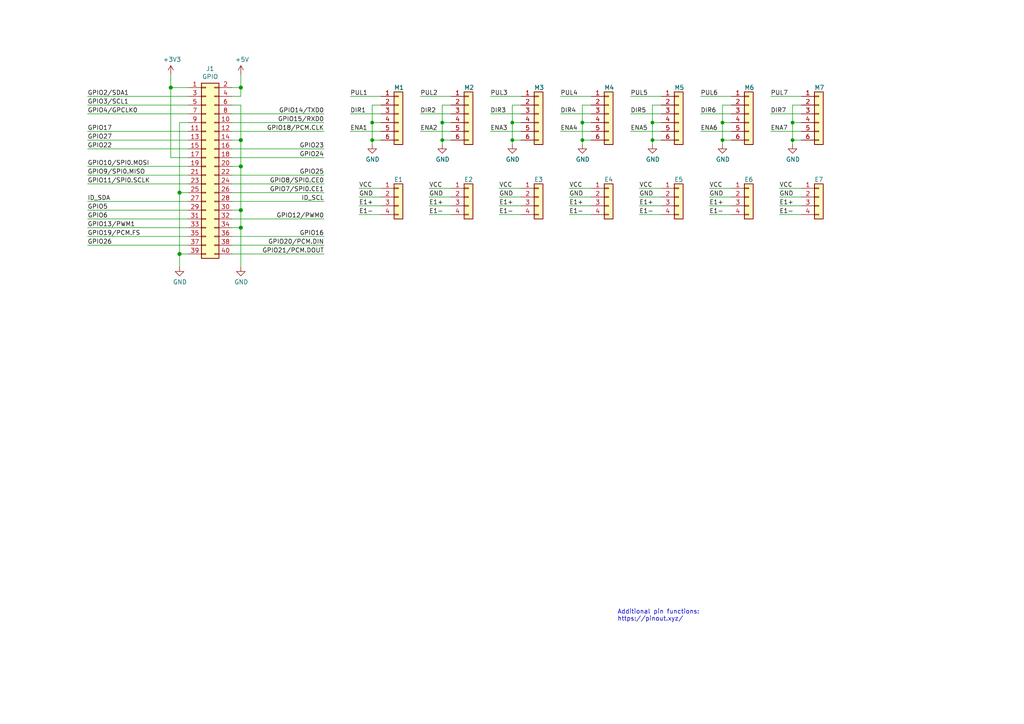
<source format=kicad_sch>
(kicad_sch (version 20231120) (generator "eeschema") (generator_version "8.0")
  (paper "A4")
  (title_block (date "15 nov 2012"))
  (lib_symbols
    (symbol "Connector_Generic:Conn_01x04" (pin_names (offset 1.016) hide)
      (property "Reference" "J" (at 0 5.08 0))
      (property "Value" "Conn_01x04" (at 0 -7.62 0))
      (symbol "Conn_01x04_1_1"
        (rectangle (start -1.27 -4.953) (end 0 -5.207) (stroke (width 0.1524)))
        (rectangle (start -1.27 -2.413) (end 0 -2.667) (stroke (width 0.1524)))
        (rectangle (start -1.27 0.127) (end 0 -0.127) (stroke (width 0.1524)))
        (rectangle (start -1.27 2.667) (end 0 2.413) (stroke (width 0.1524)))
        (rectangle (start -1.27 3.81) (end 1.27 -6.35) (stroke (width 0.254)) (fill (type background)))
        (pin passive line (at -5.08 2.54 0) (length 3.81) (name "Pin_1") (number "1"))
        (pin passive line (at -5.08 0 0) (length 3.81) (name "Pin_2") (number "2"))
        (pin passive line (at -5.08 -2.54 0) (length 3.81) (name "Pin_3") (number "3"))
        (pin passive line (at -5.08 -5.08 0) (length 3.81) (name "Pin_4") (number "4"))
      )
    )
    (symbol "Connector_Generic:Conn_01x06" (pin_names (offset 1.016) hide)
      (property "Reference" "J" (at 0 7.62 0))
      (property "Value" "Conn_01x06" (at 0 -10.16 0))
      (symbol "Conn_01x06_1_1"
        (rectangle (start -1.27 -7.493) (end 0 -7.747) (stroke (width 0.1524)))
        (rectangle (start -1.27 -4.953) (end 0 -5.207) (stroke (width 0.1524)))
        (rectangle (start -1.27 -2.413) (end 0 -2.667) (stroke (width 0.1524)))
        (rectangle (start -1.27 0.127) (end 0 -0.127) (stroke (width 0.1524)))
        (rectangle (start -1.27 2.667) (end 0 2.413) (stroke (width 0.1524)))
        (rectangle (start -1.27 5.207) (end 0 4.953) (stroke (width 0.1524)))
        (rectangle (start -1.27 6.35) (end 1.27 -8.89) (stroke (width 0.254)) (fill (type background)))
        (pin passive line (at -5.08 5.08 0) (length 3.81) (name "Pin_1") (number "1"))
        (pin passive line (at -5.08 2.54 0) (length 3.81) (name "Pin_2") (number "2"))
        (pin passive line (at -5.08 0 0) (length 3.81) (name "Pin_3") (number "3"))
        (pin passive line (at -5.08 -2.54 0) (length 3.81) (name "Pin_4") (number "4"))
        (pin passive line (at -5.08 -5.08 0) (length 3.81) (name "Pin_5") (number "5"))
        (pin passive line (at -5.08 -7.62 0) (length 3.81) (name "Pin_6") (number "6"))
      )
    )
    (symbol "Connector_Generic:Conn_02x20_Odd_Even" (pin_names (offset 1.016) hide)
      (property "Reference" "J" (at 1.27 25.4 0))
      (property "Value" "Conn_02x20_Odd_Even" (at 1.27 -27.94 0))
      (symbol "Conn_02x20_Odd_Even_1_1"
        (rectangle (start -1.27 -25.273) (end 0 -25.527) (stroke (width 0.1524)))
        (rectangle (start -1.27 -22.733) (end 0 -22.987) (stroke (width 0.1524)))
        (rectangle (start -1.27 -20.193) (end 0 -20.447) (stroke (width 0.1524)))
        (rectangle (start -1.27 -17.653) (end 0 -17.907) (stroke (width 0.1524)))
        (rectangle (start -1.27 -15.113) (end 0 -15.367) (stroke (width 0.1524)))
        (rectangle (start -1.27 -12.573) (end 0 -12.827) (stroke (width 0.1524)))
        (rectangle (start -1.27 -10.033) (end 0 -10.287) (stroke (width 0.1524)))
        (rectangle (start -1.27 -7.493) (end 0 -7.747) (stroke (width 0.1524)))
        (rectangle (start -1.27 -4.953) (end 0 -5.207) (stroke (width 0.1524)))
        (rectangle (start -1.27 -2.413) (end 0 -2.667) (stroke (width 0.1524)))
        (rectangle (start -1.27 0.127) (end 0 -0.127) (stroke (width 0.1524)))
        (rectangle (start -1.27 2.667) (end 0 2.413) (stroke (width 0.1524)))
        (rectangle (start -1.27 5.207) (end 0 4.953) (stroke (width 0.1524)))
        (rectangle (start -1.27 7.747) (end 0 7.493) (stroke (width 0.1524)))
        (rectangle (start -1.27 10.287) (end 0 10.033) (stroke (width 0.1524)))
        (rectangle (start -1.27 12.827) (end 0 12.573) (stroke (width 0.1524)))
        (rectangle (start -1.27 15.367) (end 0 15.113) (stroke (width 0.1524)))
        (rectangle (start -1.27 17.907) (end 0 17.653) (stroke (width 0.1524)))
        (rectangle (start -1.27 20.447) (end 0 20.193) (stroke (width 0.1524)))
        (rectangle (start -1.27 22.987) (end 0 22.733) (stroke (width 0.1524)))
        (rectangle (start -1.27 24.13) (end 3.81 -26.67) (stroke (width 0.254)) (fill (type background)))
        (rectangle (start 3.81 -25.273) (end 2.54 -25.527) (stroke (width 0.1524)))
        (rectangle (start 3.81 -22.733) (end 2.54 -22.987) (stroke (width 0.1524)))
        (rectangle (start 3.81 -20.193) (end 2.54 -20.447) (stroke (width 0.1524)))
        (rectangle (start 3.81 -17.653) (end 2.54 -17.907) (stroke (width 0.1524)))
        (rectangle (start 3.81 -15.113) (end 2.54 -15.367) (stroke (width 0.1524)))
        (rectangle (start 3.81 -12.573) (end 2.54 -12.827) (stroke (width 0.1524)))
        (rectangle (start 3.81 -10.033) (end 2.54 -10.287) (stroke (width 0.1524)))
        (rectangle (start 3.81 -7.493) (end 2.54 -7.747) (stroke (width 0.1524)))
        (rectangle (start 3.81 -4.953) (end 2.54 -5.207) (stroke (width 0.1524)))
        (rectangle (start 3.81 -2.413) (end 2.54 -2.667) (stroke (width 0.1524)))
        (rectangle (start 3.81 0.127) (end 2.54 -0.127) (stroke (width 0.1524)))
        (rectangle (start 3.81 2.667) (end 2.54 2.413) (stroke (width 0.1524)))
        (rectangle (start 3.81 5.207) (end 2.54 4.953) (stroke (width 0.1524)))
        (rectangle (start 3.81 7.747) (end 2.54 7.493) (stroke (width 0.1524)))
        (rectangle (start 3.81 10.287) (end 2.54 10.033) (stroke (width 0.1524)))
        (rectangle (start 3.81 12.827) (end 2.54 12.573) (stroke (width 0.1524)))
        (rectangle (start 3.81 15.367) (end 2.54 15.113) (stroke (width 0.1524)))
        (rectangle (start 3.81 17.907) (end 2.54 17.653) (stroke (width 0.1524)))
        (rectangle (start 3.81 20.447) (end 2.54 20.193) (stroke (width 0.1524)))
        (rectangle (start 3.81 22.987) (end 2.54 22.733) (stroke (width 0.1524)))
        (pin passive line (at -5.08 22.86 0) (length 3.81) (name "Pin_1") (number "1"))
        (pin passive line (at 7.62 12.7 180) (length 3.81) (name "Pin_10") (number "10"))
        (pin passive line (at -5.08 10.16 0) (length 3.81) (name "Pin_11") (number "11"))
        (pin passive line (at 7.62 10.16 180) (length 3.81) (name "Pin_12") (number "12"))
        (pin passive line (at -5.08 7.62 0) (length 3.81) (name "Pin_13") (number "13"))
        (pin passive line (at 7.62 7.62 180) (length 3.81) (name "Pin_14") (number "14"))
        (pin passive line (at -5.08 5.08 0) (length 3.81) (name "Pin_15") (number "15"))
        (pin passive line (at 7.62 5.08 180) (length 3.81) (name "Pin_16") (number "16"))
        (pin passive line (at -5.08 2.54 0) (length 3.81) (name "Pin_17") (number "17"))
        (pin passive line (at 7.62 2.54 180) (length 3.81) (name "Pin_18") (number "18"))
        (pin passive line (at -5.08 0 0) (length 3.81) (name "Pin_19") (number "19"))
        (pin passive line (at 7.62 22.86 180) (length 3.81) (name "Pin_2") (number "2"))
        (pin passive line (at 7.62 0 180) (length 3.81) (name "Pin_20") (number "20"))
        (pin passive line (at -5.08 -2.54 0) (length 3.81) (name "Pin_21") (number "21"))
        (pin passive line (at 7.62 -2.54 180) (length 3.81) (name "Pin_22") (number "22"))
        (pin passive line (at -5.08 -5.08 0) (length 3.81) (name "Pin_23") (number "23"))
        (pin passive line (at 7.62 -5.08 180) (length 3.81) (name "Pin_24") (number "24"))
        (pin passive line (at -5.08 -7.62 0) (length 3.81) (name "Pin_25") (number "25"))
        (pin passive line (at 7.62 -7.62 180) (length 3.81) (name "Pin_26") (number "26"))
        (pin passive line (at -5.08 -10.16 0) (length 3.81) (name "Pin_27") (number "27"))
        (pin passive line (at 7.62 -10.16 180) (length 3.81) (name "Pin_28") (number "28"))
        (pin passive line (at -5.08 -12.7 0) (length 3.81) (name "Pin_29") (number "29"))
        (pin passive line (at -5.08 20.32 0) (length 3.81) (name "Pin_3") (number "3"))
        (pin passive line (at 7.62 -12.7 180) (length 3.81) (name "Pin_30") (number "30"))
        (pin passive line (at -5.08 -15.24 0) (length 3.81) (name "Pin_31") (number "31"))
        (pin passive line (at 7.62 -15.24 180) (length 3.81) (name "Pin_32") (number "32"))
        (pin passive line (at -5.08 -17.78 0) (length 3.81) (name "Pin_33") (number "33"))
        (pin passive line (at 7.62 -17.78 180) (length 3.81) (name "Pin_34") (number "34"))
        (pin passive line (at -5.08 -20.32 0) (length 3.81) (name "Pin_35") (number "35"))
        (pin passive line (at 7.62 -20.32 180) (length 3.81) (name "Pin_36") (number "36"))
        (pin passive line (at -5.08 -22.86 0) (length 3.81) (name "Pin_37") (number "37"))
        (pin passive line (at 7.62 -22.86 180) (length 3.81) (name "Pin_38") (number "38"))
        (pin passive line (at -5.08 -25.4 0) (length 3.81) (name "Pin_39") (number "39"))
        (pin passive line (at 7.62 20.32 180) (length 3.81) (name "Pin_4") (number "4"))
        (pin passive line (at 7.62 -25.4 180) (length 3.81) (name "Pin_40") (number "40"))
        (pin passive line (at -5.08 17.78 0) (length 3.81) (name "Pin_5") (number "5"))
        (pin passive line (at 7.62 17.78 180) (length 3.81) (name "Pin_6") (number "6"))
        (pin passive line (at -5.08 15.24 0) (length 3.81) (name "Pin_7") (number "7"))
        (pin passive line (at 7.62 15.24 180) (length 3.81) (name "Pin_8") (number "8"))
        (pin passive line (at -5.08 12.7 0) (length 3.81) (name "Pin_9") (number "9"))
      )
    )
    (symbol "power:+3.3V" (power) (pin_names (offset 0))
      (property "Value" "+3.3V" (at 0 3.556 0))
      (symbol "+3.3V_0_1"
        (polyline (pts (xy -0.762 1.27) (xy 0 2.54)))
        (polyline (pts (xy 0 0) (xy 0 2.54)))
        (polyline (pts (xy 0 2.54) (xy 0.762 1.27)))
      )
      (symbol "+3.3V_1_1"
        (pin power_in line (at 0 0 90) (length 0) hide (name "+3V3") (number "1"))
      )
    )
    (symbol "power:+5V" (power) (pin_names (offset 0))
      (property "Value" "+5V" (at 0 3.556 0))
      (symbol "+5V_0_1"
        (polyline (pts (xy -0.762 1.27) (xy 0 2.54)))
        (polyline (pts (xy 0 0) (xy 0 2.54)))
        (polyline (pts (xy 0 2.54) (xy 0.762 1.27)))
      )
      (symbol "+5V_1_1"
        (pin power_in line (at 0 0 90) (length 0) hide (name "+5V") (number "1"))
      )
    )
    (symbol "power:GND" (power) (pin_names (offset 0))
      (property "Value" "GND" (at 0 -3.81 0))
      (symbol "GND_0_1"
        (polyline (pts (xy 0 0) (xy 0 -1.27) (xy 1.27 -1.27) (xy 0 -2.54) (xy -1.27 -1.27) (xy 0 -1.27)))
      )
      (symbol "GND_1_1"
        (pin power_in line (at 0 0 270) (length 0) hide (name "GND") (number "1"))
      )
    )
  )
  (junction (at 107.95 40.64))
  (junction (at 69.85 25.4) (diameter 1.016))
  (junction (at 128.27 35.56))
  (junction (at 69.85 40.64) (diameter 1.016))
  (junction (at 107.95 35.56))
  (junction (at 209.55 35.56))
  (junction (at 52.07 73.66) (diameter 1.016))
  (junction (at 168.91 35.56))
  (junction (at 52.07 55.88) (diameter 1.016))
  (junction (at 69.85 66.04) (diameter 1.016))
  (junction (at 128.27 40.64))
  (junction (at 69.85 60.96) (diameter 1.016))
  (junction (at 189.23 35.56))
  (junction (at 148.59 40.64))
  (junction (at 189.23 40.64))
  (junction (at 69.85 48.26) (diameter 1.016))
  (junction (at 209.55 40.64))
  (junction (at 148.59 35.56))
  (junction (at 168.91 40.64))
  (junction (at 229.87 40.64))
  (junction (at 229.87 35.56))
  (junction (at 49.53 25.4) (diameter 1.016))
  (wire (pts (xy 162.56 27.94) (xy 171.45 27.94)))
  (wire (pts (xy 52.07 55.88) (xy 52.07 73.66)))
  (wire (pts (xy 67.31 55.88) (xy 93.98 55.88)))
  (wire (pts (xy 185.42 59.69) (xy 191.77 59.69)))
  (wire (pts (xy 223.52 38.1) (xy 232.41 38.1)))
  (wire (pts (xy 165.1 62.23) (xy 171.45 62.23)))
  (wire (pts (xy 54.61 38.1) (xy 25.4 38.1)))
  (wire (pts (xy 69.85 30.48) (xy 69.85 40.64)))
  (wire (pts (xy 229.87 40.64) (xy 232.41 40.64)))
  (wire (pts (xy 69.85 48.26) (xy 67.31 48.26)))
  (wire (pts (xy 101.6 27.94) (xy 110.49 27.94)))
  (wire (pts (xy 185.42 62.23) (xy 191.77 62.23)))
  (wire (pts (xy 69.85 60.96) (xy 69.85 66.04)))
  (wire (pts (xy 229.87 35.56) (xy 232.41 35.56)))
  (wire (pts (xy 229.87 35.56) (xy 229.87 30.48)))
  (wire (pts (xy 165.1 59.69) (xy 171.45 59.69)))
  (wire (pts (xy 69.85 48.26) (xy 69.85 60.96)))
  (wire (pts (xy 67.31 33.02) (xy 93.98 33.02)))
  (wire (pts (xy 226.06 57.15) (xy 232.41 57.15)))
  (wire (pts (xy 52.07 35.56) (xy 52.07 55.88)))
  (wire (pts (xy 168.91 40.64) (xy 168.91 35.56)))
  (wire (pts (xy 205.74 54.61) (xy 212.09 54.61)))
  (wire (pts (xy 185.42 57.15) (xy 191.77 57.15)))
  (wire (pts (xy 52.07 35.56) (xy 54.61 35.56)))
  (wire (pts (xy 67.31 53.34) (xy 93.98 53.34)))
  (wire (pts (xy 148.59 35.56) (xy 151.13 35.56)))
  (wire (pts (xy 54.61 58.42) (xy 25.4 58.42)))
  (wire (pts (xy 25.4 60.96) (xy 54.61 60.96)))
  (wire (pts (xy 144.78 59.69) (xy 151.13 59.69)))
  (wire (pts (xy 107.95 40.64) (xy 110.49 40.64)))
  (wire (pts (xy 189.23 40.64) (xy 189.23 35.56)))
  (wire (pts (xy 182.88 33.02) (xy 191.77 33.02)))
  (wire (pts (xy 144.78 54.61) (xy 151.13 54.61)))
  (wire (pts (xy 52.07 55.88) (xy 54.61 55.88)))
  (wire (pts (xy 67.31 43.18) (xy 93.98 43.18)))
  (wire (pts (xy 189.23 41.91) (xy 189.23 40.64)))
  (wire (pts (xy 226.06 54.61) (xy 232.41 54.61)))
  (wire (pts (xy 209.55 35.56) (xy 212.09 35.56)))
  (wire (pts (xy 104.14 57.15) (xy 110.49 57.15)))
  (wire (pts (xy 67.31 73.66) (xy 93.98 73.66)))
  (wire (pts (xy 52.07 73.66) (xy 52.07 77.47)))
  (wire (pts (xy 25.4 40.64) (xy 54.61 40.64)))
  (wire (pts (xy 142.24 33.02) (xy 151.13 33.02)))
  (wire (pts (xy 49.53 21.59) (xy 49.53 25.4)))
  (wire (pts (xy 124.46 62.23) (xy 130.81 62.23)))
  (wire (pts (xy 189.23 30.48) (xy 191.77 30.48)))
  (wire (pts (xy 162.56 33.02) (xy 171.45 33.02)))
  (wire (pts (xy 128.27 35.56) (xy 130.81 35.56)))
  (wire (pts (xy 189.23 35.56) (xy 189.23 30.48)))
  (wire (pts (xy 144.78 62.23) (xy 151.13 62.23)))
  (wire (pts (xy 182.88 38.1) (xy 191.77 38.1)))
  (wire (pts (xy 69.85 66.04) (xy 67.31 66.04)))
  (wire (pts (xy 223.52 27.94) (xy 232.41 27.94)))
  (wire (pts (xy 25.4 30.48) (xy 54.61 30.48)))
  (wire (pts (xy 203.2 33.02) (xy 212.09 33.02)))
  (wire (pts (xy 25.4 53.34) (xy 54.61 53.34)))
  (wire (pts (xy 205.74 62.23) (xy 212.09 62.23)))
  (wire (pts (xy 165.1 54.61) (xy 171.45 54.61)))
  (wire (pts (xy 104.14 62.23) (xy 110.49 62.23)))
  (wire (pts (xy 168.91 40.64) (xy 171.45 40.64)))
  (wire (pts (xy 49.53 45.72) (xy 54.61 45.72)))
  (wire (pts (xy 182.88 27.94) (xy 191.77 27.94)))
  (wire (pts (xy 124.46 54.61) (xy 130.81 54.61)))
  (wire (pts (xy 162.56 38.1) (xy 171.45 38.1)))
  (wire (pts (xy 54.61 27.94) (xy 25.4 27.94)))
  (wire (pts (xy 69.85 25.4) (xy 69.85 27.94)))
  (wire (pts (xy 69.85 40.64) (xy 69.85 48.26)))
  (wire (pts (xy 67.31 38.1) (xy 93.98 38.1)))
  (wire (pts (xy 229.87 40.64) (xy 229.87 35.56)))
  (wire (pts (xy 69.85 40.64) (xy 67.31 40.64)))
  (wire (pts (xy 229.87 41.91) (xy 229.87 40.64)))
  (wire (pts (xy 69.85 21.59) (xy 69.85 25.4)))
  (wire (pts (xy 101.6 38.1) (xy 110.49 38.1)))
  (wire (pts (xy 121.92 38.1) (xy 130.81 38.1)))
  (wire (pts (xy 121.92 27.94) (xy 130.81 27.94)))
  (wire (pts (xy 25.4 33.02) (xy 54.61 33.02)))
  (wire (pts (xy 165.1 57.15) (xy 171.45 57.15)))
  (wire (pts (xy 69.85 25.4) (xy 67.31 25.4)))
  (wire (pts (xy 49.53 25.4) (xy 49.53 45.72)))
  (wire (pts (xy 101.6 33.02) (xy 110.49 33.02)))
  (wire (pts (xy 67.31 45.72) (xy 93.98 45.72)))
  (wire (pts (xy 203.2 38.1) (xy 212.09 38.1)))
  (wire (pts (xy 67.31 35.56) (xy 93.98 35.56)))
  (wire (pts (xy 148.59 40.64) (xy 151.13 40.64)))
  (wire (pts (xy 142.24 27.94) (xy 151.13 27.94)))
  (wire (pts (xy 128.27 40.64) (xy 128.27 35.56)))
  (wire (pts (xy 168.91 35.56) (xy 168.91 30.48)))
  (wire (pts (xy 189.23 35.56) (xy 191.77 35.56)))
  (wire (pts (xy 25.4 43.18) (xy 54.61 43.18)))
  (wire (pts (xy 25.4 50.8) (xy 54.61 50.8)))
  (wire (pts (xy 121.92 33.02) (xy 130.81 33.02)))
  (wire (pts (xy 205.74 57.15) (xy 212.09 57.15)))
  (wire (pts (xy 148.59 40.64) (xy 148.59 35.56)))
  (wire (pts (xy 209.55 41.91) (xy 209.55 40.64)))
  (wire (pts (xy 148.59 35.56) (xy 148.59 30.48)))
  (wire (pts (xy 25.4 63.5) (xy 54.61 63.5)))
  (wire (pts (xy 69.85 27.94) (xy 67.31 27.94)))
  (wire (pts (xy 107.95 35.56) (xy 110.49 35.56)))
  (wire (pts (xy 107.95 40.64) (xy 107.95 35.56)))
  (wire (pts (xy 128.27 35.56) (xy 128.27 30.48)))
  (wire (pts (xy 25.4 68.58) (xy 54.61 68.58)))
  (wire (pts (xy 67.31 68.58) (xy 93.98 68.58)))
  (wire (pts (xy 168.91 41.91) (xy 168.91 40.64)))
  (wire (pts (xy 67.31 63.5) (xy 93.98 63.5)))
  (wire (pts (xy 52.07 73.66) (xy 54.61 73.66)))
  (wire (pts (xy 67.31 71.12) (xy 93.98 71.12)))
  (wire (pts (xy 104.14 59.69) (xy 110.49 59.69)))
  (wire (pts (xy 144.78 57.15) (xy 151.13 57.15)))
  (wire (pts (xy 128.27 41.91) (xy 128.27 40.64)))
  (wire (pts (xy 209.55 30.48) (xy 212.09 30.48)))
  (wire (pts (xy 209.55 35.56) (xy 209.55 30.48)))
  (wire (pts (xy 209.55 40.64) (xy 212.09 40.64)))
  (wire (pts (xy 223.52 33.02) (xy 232.41 33.02)))
  (wire (pts (xy 69.85 30.48) (xy 67.31 30.48)))
  (wire (pts (xy 107.95 30.48) (xy 110.49 30.48)))
  (wire (pts (xy 25.4 71.12) (xy 54.61 71.12)))
  (wire (pts (xy 185.42 54.61) (xy 191.77 54.61)))
  (wire (pts (xy 168.91 30.48) (xy 171.45 30.48)))
  (wire (pts (xy 168.91 35.56) (xy 171.45 35.56)))
  (wire (pts (xy 209.55 40.64) (xy 209.55 35.56)))
  (wire (pts (xy 104.14 54.61) (xy 110.49 54.61)))
  (wire (pts (xy 69.85 66.04) (xy 69.85 77.47)))
  (wire (pts (xy 128.27 30.48) (xy 130.81 30.48)))
  (wire (pts (xy 67.31 50.8) (xy 93.98 50.8)))
  (wire (pts (xy 54.61 66.04) (xy 25.4 66.04)))
  (wire (pts (xy 148.59 41.91) (xy 148.59 40.64)))
  (wire (pts (xy 124.46 57.15) (xy 130.81 57.15)))
  (wire (pts (xy 203.2 27.94) (xy 212.09 27.94)))
  (wire (pts (xy 107.95 41.91) (xy 107.95 40.64)))
  (wire (pts (xy 124.46 59.69) (xy 130.81 59.69)))
  (wire (pts (xy 107.95 35.56) (xy 107.95 30.48)))
  (wire (pts (xy 69.85 60.96) (xy 67.31 60.96)))
  (wire (pts (xy 189.23 40.64) (xy 191.77 40.64)))
  (wire (pts (xy 49.53 25.4) (xy 54.61 25.4)))
  (wire (pts (xy 229.87 30.48) (xy 232.41 30.48)))
  (wire (pts (xy 142.24 38.1) (xy 151.13 38.1)))
  (wire (pts (xy 226.06 59.69) (xy 232.41 59.69)))
  (wire (pts (xy 226.06 62.23) (xy 232.41 62.23)))
  (wire (pts (xy 54.61 48.26) (xy 25.4 48.26)))
  (wire (pts (xy 128.27 40.64) (xy 130.81 40.64)))
  (wire (pts (xy 67.31 58.42) (xy 93.98 58.42)))
  (wire (pts (xy 205.74 59.69) (xy 212.09 59.69)))
  (wire (pts (xy 148.59 30.48) (xy 151.13 30.48)))
  (text "Additional pin functions:\nhttps://pinout.xyz/" (at 179.07 180.34 0) (effects (font (size 1.27 1.27)) (justify left bottom)))
  (label "E1+" (at 165.1 59.69 0))
  (label "VCC" (at 144.78 54.61 0))
  (label "ID_SDA" (at 25.4 58.42 0))
  (label "E1+" (at 205.74 59.69 0))
  (label "GPIO6" (at 25.4 63.5 0))
  (label "GND" (at 185.42 57.15 0))
  (label "E1+" (at 124.46 59.69 0))
  (label "ENA3" (at 142.24 38.1 0))
  (label "E1-" (at 144.78 62.23 0))
  (label "E1-" (at 205.74 62.23 0))
  (label "ID_SCL" (at 93.98 58.42 180))
  (label "GND" (at 124.46 57.15 0))
  (label "GPIO5" (at 25.4 60.96 0))
  (label "PUL1" (at 101.6 27.94 0))
  (label "GPIO21{slash}PCM.DOUT" (at 93.98 73.66 180))
  (label "GPIO19{slash}PCM.FS" (at 25.4 68.58 0))
  (label "VCC" (at 205.74 54.61 0))
  (label "GPIO10{slash}SPI0.MOSI" (at 25.4 48.26 0))
  (label "GPIO9{slash}SPI0.MISO" (at 25.4 50.8 0))
  (label "PUL5" (at 182.88 27.94 0))
  (label "GPIO23" (at 93.98 43.18 180))
  (label "PUL6" (at 203.2 27.94 0))
  (label "GPIO4{slash}GPCLK0" (at 25.4 33.02 0))
  (label "VCC" (at 165.1 54.61 0))
  (label "PUL7" (at 223.52 27.94 0))
  (label "GPIO27" (at 25.4 40.64 0))
  (label "GPIO26" (at 25.4 71.12 0))
  (label "GPIO14{slash}TXD0" (at 93.98 33.02 180))
  (label "GPIO8{slash}SPI0.CE0" (at 93.98 53.34 180))
  (label "GPIO15{slash}RXD0" (at 93.98 35.56 180))
  (label "E1+" (at 144.78 59.69 0))
  (label "GPIO16" (at 93.98 68.58 180))
  (label "ENA7" (at 223.52 38.1 0))
  (label "DIR4" (at 162.56 33.02 0))
  (label "DIR7" (at 223.52 33.02 0))
  (label "E1-" (at 124.46 62.23 0))
  (label "E1-" (at 104.14 62.23 0))
  (label "E1-" (at 185.42 62.23 0))
  (label "VCC" (at 124.46 54.61 0))
  (label "PUL2" (at 121.92 27.94 0))
  (label "VCC" (at 104.14 54.61 0))
  (label "E1-" (at 226.06 62.23 0))
  (label "GPIO22" (at 25.4 43.18 0))
  (label "VCC" (at 185.42 54.61 0))
  (label "GPIO2{slash}SDA1" (at 25.4 27.94 0))
  (label "GPIO17" (at 25.4 38.1 0))
  (label "ENA2" (at 121.92 38.1 0))
  (label "DIR3" (at 142.24 33.02 0))
  (label "GPIO25" (at 93.98 50.8 180))
  (label "GPIO3{slash}SCL1" (at 25.4 30.48 0))
  (label "GND" (at 144.78 57.15 0))
  (label "E1+" (at 185.42 59.69 0))
  (label "GPIO18{slash}PCM.CLK" (at 93.98 38.1 180))
  (label "GPIO12{slash}PWM0" (at 93.98 63.5 180))
  (label "GND" (at 226.06 57.15 0))
  (label "GPIO13{slash}PWM1" (at 25.4 66.04 0))
  (label "E1+" (at 226.06 59.69 0))
  (label "GND" (at 104.14 57.15 0))
  (label "GPIO20{slash}PCM.DIN" (at 93.98 71.12 180))
  (label "E1+" (at 104.14 59.69 0))
  (label "GPIO24" (at 93.98 45.72 180))
  (label "DIR1" (at 101.6 33.02 0))
  (label "GPIO7{slash}SPI0.CE1" (at 93.98 55.88 180))
  (label "GND" (at 165.1 57.15 0))
  (label "DIR6" (at 203.2 33.02 0))
  (label "ENA6" (at 203.2 38.1 0))
  (label "DIR2" (at 121.92 33.02 0))
  (label "VCC" (at 226.06 54.61 0))
  (label "ENA4" (at 162.56 38.1 0))
  (label "GND" (at 205.74 57.15 0))
  (label "PUL4" (at 162.56 27.94 0))
  (label "PUL3" (at 142.24 27.94 0))
  (label "DIR5" (at 182.88 33.02 0))
  (label "ENA1" (at 101.6 38.1 0))
  (label "ENA5" (at 182.88 38.1 0))
  (label "E1-" (at 165.1 62.23 0))
  (label "GPIO11{slash}SPI0.SCLK" (at 25.4 53.34 0))
  (symbol (lib_id "power:+5V") (at 69.85 21.59 0) (unit 1)
    (property "Reference" "#PWR02" (effects (hide yes)))
    (property "Value" "+5V" (at 70.2183 17.2656 0))
  )
  (symbol (lib_id "power:+3.3V") (at 49.53 21.59 0) (unit 1)
    (property "Reference" "#PWR01" (effects (hide yes)))
    (property "Value" "+3V3" (at 49.8983 17.2656 0))
  )
  (symbol (lib_id "power:GND") (at 69.85 77.47 0) (unit 1)
    (property "Reference" "#PWR011" (effects (hide yes)))
    (property "Value" "GND" (at 69.9643 81.7944 0))
  )
  (symbol (lib_id "power:GND") (at 52.07 77.47 0) (unit 1)
    (property "Reference" "#PWR010" (effects (hide yes)))
    (property "Value" "GND" (at 52.1843 81.7944 0))
  )
  (symbol (lib_id "Connector_Generic:Conn_02x20_Odd_Even") (at 59.69 48.26 0) (unit 1)
    (property "Reference" "J1" (at 60.96 19.9198 0))
    (property "Value" "GPIO" (at 60.96 22.225 0))
    (property "Footprint" "Connector_PinSocket_2.54mm:PinSocket_2x20_P2.54mm_Vertical" (effects (hide yes)))
  )
  (symbol (lib_id "Connector_Generic:Conn_01x06") (at 237.49 33.02 0) (unit 1)
    (property "Reference" "M7" (at 236.22 25.4 0) (effects (justify left)))
    (property "Value" "Conn_01x06" (effects (hide yes)))
    (property "Footprint" "Connector_JST:JST_EH_B6B-EH-A_1x06_P2.50mm_Vertical" (effects (hide yes)))
    (property "Description" "Generic connector, single row, 01x06, script generated (kicad-library-utils/schlib/autogen/connector/)" (effects (hide yes)))
  )
  (symbol (lib_id "Connector_Generic:Conn_01x04") (at 115.57 57.15 0) (unit 1)
    (property "Reference" "E1" (at 114.3 52.07 0) (effects (justify left)))
    (property "Value" "Conn_01x04" (effects (hide yes)))
    (property "Footprint" "Connector_JST:JST_EH_B4B-EH-A_1x04_P2.50mm_Vertical" (effects (hide yes)))
    (property "Description" "Generic connector, single row, 01x04, script generated (kicad-library-utils/schlib/autogen/connector/)" (effects (hide yes)))
  )
  (symbol (lib_id "power:GND") (at 229.87 41.91 0) (unit 1)
    (property "Reference" "#PWR09" (effects (hide yes)))
    (property "Value" "GND" (at 229.9843 46.2344 0))
  )
  (symbol (lib_id "Connector_Generic:Conn_01x06") (at 135.89 33.02 0) (unit 1)
    (property "Reference" "M2" (at 134.62 25.4 0) (effects (justify left)))
    (property "Value" "Conn_01x06" (effects (hide yes)))
    (property "Footprint" "Connector_JST:JST_EH_B6B-EH-A_1x06_P2.50mm_Vertical" (effects (hide yes)))
    (property "Description" "Generic connector, single row, 01x06, script generated (kicad-library-utils/schlib/autogen/connector/)" (effects (hide yes)))
  )
  (symbol (lib_id "power:GND") (at 189.23 41.91 0) (unit 1)
    (property "Reference" "#PWR07" (effects (hide yes)))
    (property "Value" "GND" (at 189.3443 46.2344 0))
  )
  (symbol (lib_id "Connector_Generic:Conn_01x04") (at 237.49 57.15 0) (unit 1)
    (property "Reference" "E7" (at 236.22 52.07 0) (effects (justify left)))
    (property "Value" "Conn_01x04" (effects (hide yes)))
    (property "Footprint" "Connector_JST:JST_EH_B4B-EH-A_1x04_P2.50mm_Vertical" (effects (hide yes)))
    (property "Description" "Generic connector, single row, 01x04, script generated (kicad-library-utils/schlib/autogen/connector/)" (effects (hide yes)))
  )
  (symbol (lib_id "Connector_Generic:Conn_01x04") (at 176.53 57.15 0) (unit 1)
    (property "Reference" "E4" (at 175.26 52.07 0) (effects (justify left)))
    (property "Value" "Conn_01x04" (effects (hide yes)))
    (property "Footprint" "Connector_JST:JST_EH_B4B-EH-A_1x04_P2.50mm_Vertical" (effects (hide yes)))
    (property "Description" "Generic connector, single row, 01x04, script generated (kicad-library-utils/schlib/autogen/connector/)" (effects (hide yes)))
  )
  (symbol (lib_id "Connector_Generic:Conn_01x04") (at 196.85 57.15 0) (unit 1)
    (property "Reference" "E5" (at 195.58 52.07 0) (effects (justify left)))
    (property "Value" "Conn_01x04" (effects (hide yes)))
    (property "Footprint" "Connector_JST:JST_EH_B4B-EH-A_1x04_P2.50mm_Vertical" (effects (hide yes)))
    (property "Description" "Generic connector, single row, 01x04, script generated (kicad-library-utils/schlib/autogen/connector/)" (effects (hide yes)))
  )
  (symbol (lib_id "Connector_Generic:Conn_01x06") (at 217.17 33.02 0) (unit 1)
    (property "Reference" "M6" (at 215.9 25.4 0) (effects (justify left)))
    (property "Value" "Conn_01x06" (effects (hide yes)))
    (property "Footprint" "Connector_JST:JST_EH_B6B-EH-A_1x06_P2.50mm_Vertical" (effects (hide yes)))
    (property "Description" "Generic connector, single row, 01x06, script generated (kicad-library-utils/schlib/autogen/connector/)" (effects (hide yes)))
  )
  (symbol (lib_id "Connector_Generic:Conn_01x06") (at 115.57 33.02 0) (unit 1)
    (property "Reference" "M1" (at 114.3 25.4 0) (effects (justify left)))
    (property "Value" "Conn_01x06" (effects (hide yes)))
    (property "Footprint" "Connector_JST:JST_EH_B6B-EH-A_1x06_P2.50mm_Vertical" (effects (hide yes)))
    (property "Description" "Generic connector, single row, 01x06, script generated (kicad-library-utils/schlib/autogen/connector/)" (effects (hide yes)))
  )
  (symbol (lib_id "Connector_Generic:Conn_01x06") (at 156.21 33.02 0) (unit 1)
    (property "Reference" "M3" (at 154.94 25.4 0) (effects (justify left)))
    (property "Value" "Conn_01x06" (effects (hide yes)))
    (property "Footprint" "Connector_JST:JST_EH_B6B-EH-A_1x06_P2.50mm_Vertical" (effects (hide yes)))
    (property "Description" "Generic connector, single row, 01x06, script generated (kicad-library-utils/schlib/autogen/connector/)" (effects (hide yes)))
  )
  (symbol (lib_id "Connector_Generic:Conn_01x06") (at 176.53 33.02 0) (unit 1)
    (property "Reference" "M4" (at 175.26 25.4 0) (effects (justify left)))
    (property "Value" "Conn_01x06" (effects (hide yes)))
    (property "Footprint" "Connector_JST:JST_EH_B6B-EH-A_1x06_P2.50mm_Vertical" (effects (hide yes)))
    (property "Description" "Generic connector, single row, 01x06, script generated (kicad-library-utils/schlib/autogen/connector/)" (effects (hide yes)))
  )
  (symbol (lib_id "power:GND") (at 168.91 41.91 0) (unit 1)
    (property "Reference" "#PWR06" (effects (hide yes)))
    (property "Value" "GND" (at 169.0243 46.2344 0))
  )
  (symbol (lib_id "Connector_Generic:Conn_01x06") (at 196.85 33.02 0) (unit 1)
    (property "Reference" "M5" (at 195.58 25.4 0) (effects (justify left)))
    (property "Value" "Conn_01x06" (effects (hide yes)))
    (property "Footprint" "Connector_JST:JST_EH_B6B-EH-A_1x06_P2.50mm_Vertical" (effects (hide yes)))
    (property "Description" "Generic connector, single row, 01x06, script generated (kicad-library-utils/schlib/autogen/connector/)" (effects (hide yes)))
  )
  (symbol (lib_id "power:GND") (at 128.27 41.91 0) (unit 1)
    (property "Reference" "#PWR04" (effects (hide yes)))
    (property "Value" "GND" (at 128.3843 46.2344 0))
  )
  (symbol (lib_id "power:GND") (at 148.59 41.91 0) (unit 1)
    (property "Reference" "#PWR05" (effects (hide yes)))
    (property "Value" "GND" (at 148.7043 46.2344 0))
  )
  (symbol (lib_id "power:GND") (at 209.55 41.91 0) (unit 1)
    (property "Reference" "#PWR08" (effects (hide yes)))
    (property "Value" "GND" (at 209.6643 46.2344 0))
  )
  (symbol (lib_id "power:GND") (at 107.95 41.91 0) (unit 1)
    (property "Reference" "#PWR03" (effects (hide yes)))
    (property "Value" "GND" (at 108.0643 46.2344 0))
  )
  (symbol (lib_id "Connector_Generic:Conn_01x04") (at 217.17 57.15 0) (unit 1)
    (property "Reference" "E6" (at 215.9 52.07 0) (effects (justify left)))
    (property "Value" "Conn_01x04" (effects (hide yes)))
    (property "Footprint" "Connector_JST:JST_EH_B4B-EH-A_1x04_P2.50mm_Vertical" (effects (hide yes)))
    (property "Description" "Generic connector, single row, 01x04, script generated (kicad-library-utils/schlib/autogen/connector/)" (effects (hide yes)))
  )
  (symbol (lib_id "Connector_Generic:Conn_01x04") (at 135.89 57.15 0) (unit 1)
    (property "Reference" "E2" (at 134.62 52.07 0) (effects (justify left)))
    (property "Value" "Conn_01x04" (effects (hide yes)))
    (property "Footprint" "Connector_JST:JST_EH_B4B-EH-A_1x04_P2.50mm_Vertical" (effects (hide yes)))
    (property "Description" "Generic connector, single row, 01x04, script generated (kicad-library-utils/schlib/autogen/connector/)" (effects (hide yes)))
  )
  (symbol (lib_id "Connector_Generic:Conn_01x04") (at 156.21 57.15 0) (unit 1)
    (property "Reference" "E3" (at 154.94 52.07 0) (effects (justify left)))
    (property "Value" "Conn_01x04" (effects (hide yes)))
    (property "Footprint" "Connector_JST:JST_EH_B4B-EH-A_1x04_P2.50mm_Vertical" (effects (hide yes)))
    (property "Description" "Generic connector, single row, 01x04, script generated (kicad-library-utils/schlib/autogen/connector/)" (effects (hide yes)))
  )
)
</source>
